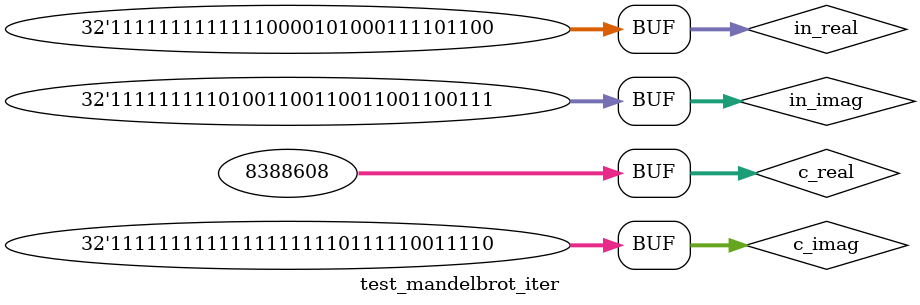
<source format=v>
module test_mandelbrot_iter;

reg  signed [31:0] in_real;
reg  signed [31:0] in_imag;
reg  signed [31:0] c_real;
reg  signed [31:0] c_imag;
wire signed [31:0] out_real;
wire signed [31:0] out_imag;
wire signed [31:0] size_square;

mandelbrot_iter m(in_real, in_imag, c_real, c_imag, out_real, out_imag, size_square);

initial 
  begin 
    #5
	 in_real = 0;
	 in_imag = 0;
	 c_real  = 0;
	 c_imag  = 0;
	 
	 #5
	 in_real = 32'h7ae14;
	 in_imag = 32'h599999;
	 c_real  = 32'h800000;
	 c_imag  = 32'h1062;
	 
	 #5
	 in_real = 32'hfff851ec;
	 in_imag = 32'hffa66667;
	 c_real  = 32'h800000;
	 c_imag  = 32'hffffef9e;
	end
	
endmodule

</source>
